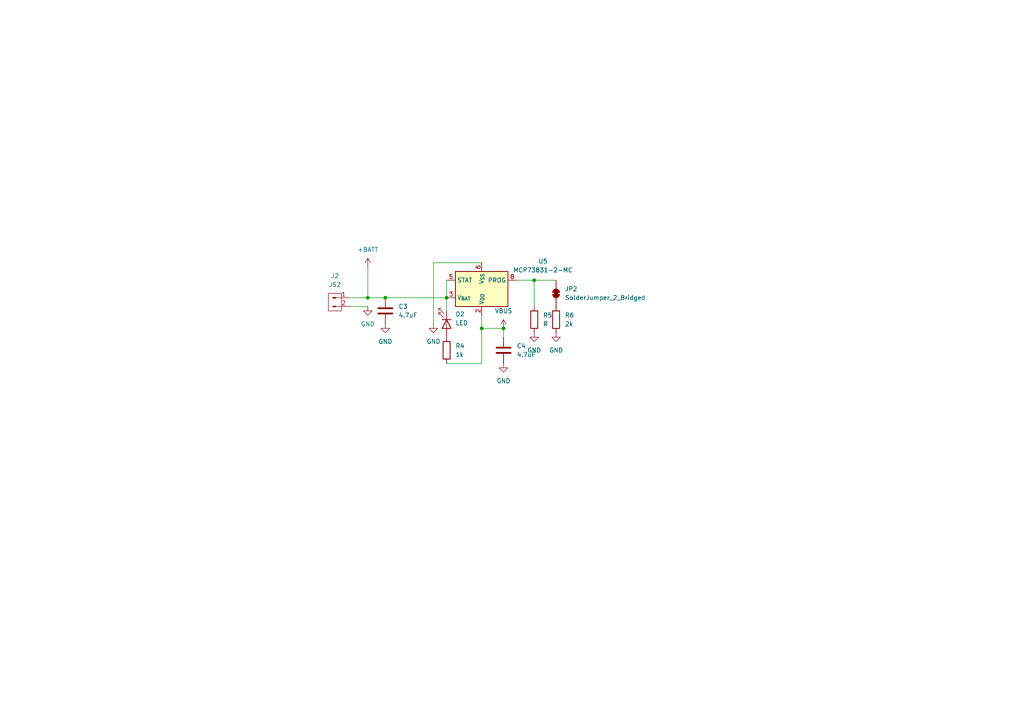
<source format=kicad_sch>
(kicad_sch (version 20231120) (generator "eeschema") (generator_version "8.0")
  (paper "A4")
  (lib_symbols
    (symbol "Battery_Management:MCP73831-2-MC"
      (property "Reference" "U" (at -7.62 6.35 0))
      (property "Value" "MCP73831-2-MC" (at 1.27 6.35 0))
      (symbol "MCP73831-2-MC_0_1"
        (rectangle (start -7.62 5.08) (end 7.62 -5.08) (stroke (width 0.254)) (fill (type background)))
      )
      (symbol "MCP73831-2-MC_1_1"
        (pin passive line (at 0 7.62 270) (length 2.54) hide (name "V_{DD}") (number "1"))
        (pin power_in line (at 0 7.62 270) (length 2.54) (name "V_{DD}") (number "2"))
        (pin power_out line (at 10.16 2.54 180) (length 2.54) (name "V_{BAT}") (number "3"))
        (pin passive line (at 10.16 2.54 180) (length 2.54) hide (name "V_{BAT}") (number "4"))
        (pin tri_state line (at 10.16 -2.54 180) (length 2.54) (name "STAT") (number "5"))
        (pin power_in line (at 0 -7.62 90) (length 2.54) (name "V_{SS}") (number "6"))
        (pin no_connect line (at -7.62 2.54 0) (length 2.54) hide (name "NC") (number "7"))
        (pin input line (at -10.16 -2.54 0) (length 2.54) (name "PROG") (number "8"))
      )
    )
    (symbol "Conn_01x02_Pin_1" (pin_names (offset 1.016) hide)
      (property "Reference" "J2" (at 0.635 5.08 0))
      (property "Value" "Conn_01x02_Pin" (at 0.635 2.54 0))
      (symbol "Conn_01x02_Pin_1_1_1"
        (rectangle (start -1.27 1.27) (end 2.54 -3.81))
        (polyline (pts (xy 1.27 -2.54) (xy 0.8636 -2.54)) (stroke (width 0.1524)))
        (polyline (pts (xy 1.27 0) (xy 0.8636 0)) (stroke (width 0.1524)))
        (rectangle (start 0.8636 -2.413) (end 0 -2.667) (stroke (width 0.1524)) (fill (type outline)))
        (rectangle (start 0.8636 0.127) (end 0 -0.127) (stroke (width 0.1524)) (fill (type outline)))
        (pin passive line (at 5.08 0 180) (length 3.81) (name "Pin_1") (number "1"))
        (pin passive line (at 5.08 -2.54 180) (length 3.81) (name "Pin_2") (number "2"))
      )
    )
    (symbol "Device:C" (pin_numbers hide) (pin_names (offset 0.254))
      (property "Reference" "C" (at 0.635 2.54 0))
      (property "Value" "C" (at 0.635 -2.54 0))
      (symbol "C_0_1"
        (polyline (pts (xy -2.032 -0.762) (xy 2.032 -0.762)) (stroke (width 0.508)))
        (polyline (pts (xy -2.032 0.762) (xy 2.032 0.762)) (stroke (width 0.508)))
      )
      (symbol "C_1_1"
        (pin passive line (at 0 3.81 270) (length 2.794) (name "~") (number "1"))
        (pin passive line (at 0 -3.81 90) (length 2.794) (name "~") (number "2"))
      )
    )
    (symbol "Device:LED" (pin_numbers hide) (pin_names (offset 1.016) hide)
      (property "Reference" "D" (at 0 2.54 0))
      (property "Value" "LED" (at 0 -2.54 0))
      (symbol "LED_0_1"
        (polyline (pts (xy -1.27 -1.27) (xy -1.27 1.27)) (stroke (width 0.254)))
        (polyline (pts (xy -1.27 0) (xy 1.27 0)))
        (polyline (pts (xy 1.27 -1.27) (xy 1.27 1.27) (xy -1.27 0) (xy 1.27 -1.27)) (stroke (width 0.254)))
        (polyline (pts (xy -3.048 -0.762) (xy -4.572 -2.286) (xy -3.81 -2.286) (xy -4.572 -2.286) (xy -4.572 -1.524)))
        (polyline (pts (xy -1.778 -0.762) (xy -3.302 -2.286) (xy -2.54 -2.286) (xy -3.302 -2.286) (xy -3.302 -1.524)))
      )
      (symbol "LED_1_1"
        (pin passive line (at -3.81 0 0) (length 2.54) (name "K") (number "1"))
        (pin passive line (at 3.81 0 180) (length 2.54) (name "A") (number "2"))
      )
    )
    (symbol "Device:R" (pin_numbers hide) (pin_names (offset 0))
      (property "Reference" "R" (at 2.032 0 90))
      (property "Value" "R" (at 0 0 90))
      (symbol "R_0_1"
        (rectangle (start -1.016 -2.54) (end 1.016 2.54) (stroke (width 0.254)))
      )
      (symbol "R_1_1"
        (pin passive line (at 0 3.81 270) (length 1.27) (name "~") (number "1"))
        (pin passive line (at 0 -3.81 90) (length 1.27) (name "~") (number "2"))
      )
    )
    (symbol "Jumper:SolderJumper_2_Bridged" (pin_numbers hide) (pin_names (offset 0) hide) (exclude_from_sim yes) (in_bom no)
      (property "Reference" "JP" (at 0 2.032 0))
      (property "Value" "SolderJumper_2_Bridged" (at 0 -2.54 0))
      (symbol "SolderJumper_2_Bridged_0_1"
        (rectangle (start -0.508 0.508) (end 0.508 -0.508) (fill (type outline)))
        (arc (start -0.254 1.016) (mid -1.2656 0) (end -0.254 -1.016))
        (arc (start -0.254 1.016) (mid -1.2656 0) (end -0.254 -1.016) (fill (type outline)))
        (polyline (pts (xy -0.254 1.016) (xy -0.254 -1.016)))
        (polyline (pts (xy 0.254 1.016) (xy 0.254 -1.016)))
        (arc (start 0.254 -1.016) (mid 1.2656 0) (end 0.254 1.016))
        (arc (start 0.254 -1.016) (mid 1.2656 0) (end 0.254 1.016) (fill (type outline)))
      )
      (symbol "SolderJumper_2_Bridged_1_1"
        (pin passive line (at -3.81 0 0) (length 2.54) (name "A") (number "1"))
        (pin passive line (at 3.81 0 180) (length 2.54) (name "B") (number "2"))
      )
    )
    (symbol "power:+BATT" (power) (pin_numbers hide) (pin_names (offset 0) hide)
      (property "Value" "+BATT" (at 0 3.556 0))
      (symbol "+BATT_0_1"
        (polyline (pts (xy -0.762 1.27) (xy 0 2.54)))
        (polyline (pts (xy 0 0) (xy 0 2.54)))
        (polyline (pts (xy 0 2.54) (xy 0.762 1.27)))
      )
      (symbol "+BATT_1_1"
        (pin power_in line (at 0 0 90) (length 0) (name "~") (number "1"))
      )
    )
    (symbol "power:GND" (power) (pin_numbers hide) (pin_names (offset 0) hide)
      (property "Value" "GND" (at 0 -3.81 0))
      (symbol "GND_0_1"
        (polyline (pts (xy 0 0) (xy 0 -1.27) (xy 1.27 -1.27) (xy 0 -2.54) (xy -1.27 -1.27) (xy 0 -1.27)))
      )
      (symbol "GND_1_1"
        (pin power_in line (at 0 0 270) (length 0) (name "~") (number "1"))
      )
    )
    (symbol "power:VBUS" (power) (pin_numbers hide) (pin_names (offset 0) hide)
      (property "Value" "VBUS" (at 0 3.556 0))
      (symbol "VBUS_0_1"
        (polyline (pts (xy -0.762 1.27) (xy 0 2.54)))
        (polyline (pts (xy 0 0) (xy 0 2.54)))
        (polyline (pts (xy 0 2.54) (xy 0.762 1.27)))
      )
      (symbol "VBUS_1_1"
        (pin power_in line (at 0 0 90) (length 0) (name "~") (number "1"))
      )
    )
  )
  (junction (at 154.94 81.28))
  (junction (at 106.68 86.36))
  (junction (at 111.76 86.36))
  (junction (at 146.05 95.25))
  (junction (at 139.7 95.25))
  (junction (at 129.54 86.36))
  (wire (pts (xy 129.54 105.41) (xy 139.7 105.41)))
  (wire (pts (xy 139.7 76.2) (xy 125.73 76.2)))
  (wire (pts (xy 146.05 97.79) (xy 146.05 95.25)))
  (wire (pts (xy 125.73 76.2) (xy 125.73 93.98)))
  (wire (pts (xy 101.6 86.36) (xy 106.68 86.36)))
  (wire (pts (xy 106.68 86.36) (xy 111.76 86.36)))
  (wire (pts (xy 129.54 86.36) (xy 129.54 81.28)))
  (wire (pts (xy 101.6 88.9) (xy 106.68 88.9)))
  (wire (pts (xy 139.7 95.25) (xy 146.05 95.25)))
  (wire (pts (xy 129.54 90.17) (xy 129.54 86.36)))
  (wire (pts (xy 111.76 86.36) (xy 129.54 86.36)))
  (wire (pts (xy 139.7 105.41) (xy 139.7 95.25)))
  (wire (pts (xy 154.94 88.9) (xy 154.94 81.28)))
  (wire (pts (xy 106.68 77.47) (xy 106.68 86.36)))
  (wire (pts (xy 154.94 81.28) (xy 149.86 81.28)))
  (wire (pts (xy 161.29 81.28) (xy 154.94 81.28)))
  (wire (pts (xy 139.7 91.44) (xy 139.7 95.25)))
  (symbol (lib_id "power:GND") (at 111.76 93.98 0) (unit 1)
    (property "Reference" "#PWR015" (effects (hide yes)))
    (property "Value" "GND" (at 111.76 99.06 0))
    (property "Description" "Power symbol creates a global label with name \"GND\" , ground" (effects (hide yes)))
  )
  (symbol (lib_id "power:GND") (at 161.29 96.52 0) (unit 1)
    (property "Reference" "#PWR020" (effects (hide yes)))
    (property "Value" "GND" (at 161.29 101.6 0))
    (property "Description" "Power symbol creates a global label with name \"GND\" , ground" (effects (hide yes)))
  )
  (symbol (lib_id "Device:LED") (at 129.54 93.98 270) (unit 1)
    (property "Reference" "D2" (at 132.08 91.1224 90) (effects (justify left)))
    (property "Value" "LED" (at 132.08 93.6624 90) (effects (justify left)))
    (property "Description" "Light emitting diode" (effects (hide yes)))
  )
  (symbol (lib_id "power:GND") (at 146.05 105.41 0) (unit 1)
    (property "Reference" "#PWR018" (effects (hide yes)))
    (property "Value" "GND" (at 146.05 110.49 0))
    (property "Description" "Power symbol creates a global label with name \"GND\" , ground" (effects (hide yes)))
  )
  (symbol (lib_id "Jumper:SolderJumper_2_Bridged") (at 161.29 85.09 90) (unit 1) (exclude_from_sim yes) (in_bom no)
    (property "Reference" "JP2" (at 163.83 83.8199 90) (effects (justify right)))
    (property "Value" "SolderJumper_2_Bridged" (at 163.83 86.3599 90) (effects (justify right)))
    (property "Description" "Solder Jumper, 2-pole, closed/bridged" (effects (hide yes)))
  )
  (symbol (lib_id "Device:R") (at 154.94 92.71 0) (unit 1)
    (property "Reference" "R5" (at 157.48 91.4399 0) (effects (justify left)))
    (property "Value" "R" (at 157.48 93.9799 0) (effects (justify left)))
    (property "Description" "Resistor" (effects (hide yes)))
  )
  (symbol (lib_id "Device:R") (at 161.29 92.71 0) (unit 1)
    (property "Reference" "R6" (at 163.83 91.4399 0) (effects (justify left)))
    (property "Value" "2k" (at 163.83 93.9799 0) (effects (justify left)))
    (property "Description" "Resistor" (effects (hide yes)))
  )
  (symbol (lib_id "power:GND") (at 106.68 88.9 0) (unit 1)
    (property "Reference" "#PWR014" (effects (hide yes)))
    (property "Value" "GND" (at 106.68 93.98 0))
    (property "Description" "Power symbol creates a global label with name \"GND\" , ground" (effects (hide yes)))
  )
  (symbol (lib_id "Device:C") (at 111.76 90.17 0) (unit 1)
    (property "Reference" "C3" (at 115.57 88.8999 0) (effects (justify left)))
    (property "Value" "4.7uF" (at 115.57 91.4399 0) (effects (justify left)))
    (property "Description" "Unpolarized capacitor" (effects (hide yes)))
  )
  (symbol (lib_id "Battery_Management:MCP73831-2-MC") (at 139.7 83.82 180) (unit 1)
    (property "Reference" "U5" (at 157.48 75.7838 0))
    (property "Value" "MCP73831-2-MC" (at 157.48 78.3238 0))
    (property "Footprint" "Package_DFN_QFN:DFN-8-1EP_3x2mm_P0.5mm_EP1.7x1.4mm" (effects (hide yes)))
    (property "Datasheet" "http://ww1.microchip.com/downloads/en/DeviceDoc/20001984g.pdf" (effects (hide yes)))
    (property "Description" "Single cell, Li-Ion/Li-Po charge management controller, 4.20V, Tri-State Status Output, in DFN-8 package" (effects (hide yes)))
  )
  (symbol (lib_name "Conn_01x02_Pin_1") (lib_id "Connector:Conn_01x02_Pin") (at 96.52 86.36 0) (unit 1)
    (property "Reference" "J2" (at 97.155 80.01 0))
    (property "Value" "JS2" (at 97.155 82.55 0))
    (property "Description" "Generic connector, single row, 01x02, script generated" (effects (hide yes)))
  )
  (symbol (lib_id "power:GND") (at 154.94 96.52 0) (unit 1)
    (property "Reference" "#PWR019" (effects (hide yes)))
    (property "Value" "GND" (at 154.94 101.6 0))
    (property "Description" "Power symbol creates a global label with name \"GND\" , ground" (effects (hide yes)))
  )
  (symbol (lib_id "power:+BATT") (at 106.68 77.47 0) (unit 1)
    (property "Reference" "#PWR012" (effects (hide yes)))
    (property "Value" "+BATT" (at 106.68 72.39 0))
    (property "Description" "Power symbol creates a global label with name \"+BATT\"" (effects (hide yes)))
  )
  (symbol (lib_id "power:GND") (at 125.73 93.98 0) (unit 1)
    (property "Reference" "#PWR016" (effects (hide yes)))
    (property "Value" "GND" (at 125.73 99.06 0))
    (property "Description" "Power symbol creates a global label with name \"GND\" , ground" (effects (hide yes)))
  )
  (symbol (lib_id "Device:R") (at 129.54 101.6 0) (unit 1)
    (property "Reference" "R4" (at 132.08 100.3299 0) (effects (justify left)))
    (property "Value" "1k" (at 132.08 102.8699 0) (effects (justify left)))
    (property "Description" "Resistor" (effects (hide yes)))
  )
  (symbol (lib_id "power:VBUS") (at 146.05 95.25 0) (unit 1)
    (property "Reference" "#PWR017" (effects (hide yes)))
    (property "Value" "VBUS" (at 146.05 90.17 0))
    (property "Description" "Power symbol creates a global label with name \"VBUS\"" (effects (hide yes)))
  )
  (symbol (lib_id "Device:C") (at 146.05 101.6 0) (unit 1)
    (property "Reference" "C4" (at 149.86 100.3299 0) (effects (justify left)))
    (property "Value" "4.7uF" (at 149.86 102.8699 0) (effects (justify left)))
    (property "Description" "Unpolarized capacitor" (effects (hide yes)))
  )
)
</source>
